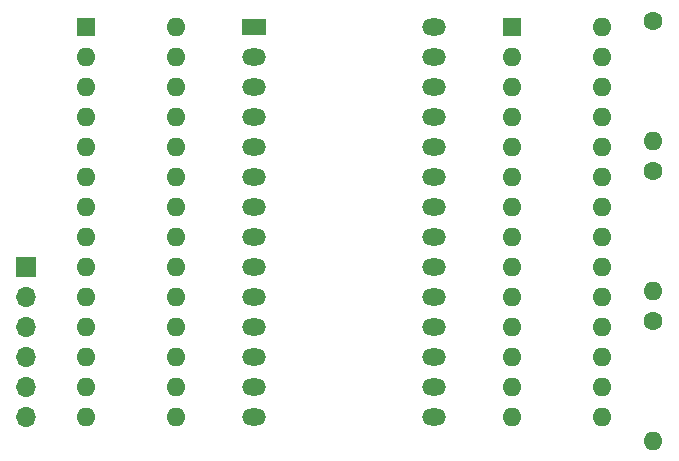
<source format=gbr>
G04 #@! TF.GenerationSoftware,KiCad,Pcbnew,(5.1.8)-1*
G04 #@! TF.CreationDate,2021-11-09T16:08:29-07:00*
G04 #@! TF.ProjectId,SPI 28c256,53504920-3238-4633-9235-362e6b696361,rev?*
G04 #@! TF.SameCoordinates,Original*
G04 #@! TF.FileFunction,Soldermask,Bot*
G04 #@! TF.FilePolarity,Negative*
%FSLAX46Y46*%
G04 Gerber Fmt 4.6, Leading zero omitted, Abs format (unit mm)*
G04 Created by KiCad (PCBNEW (5.1.8)-1) date 2021-11-09 16:08:29*
%MOMM*%
%LPD*%
G01*
G04 APERTURE LIST*
%ADD10O,1.700000X1.700000*%
%ADD11R,1.700000X1.700000*%
%ADD12O,1.600000X1.600000*%
%ADD13R,1.600000X1.600000*%
%ADD14C,1.600000*%
%ADD15R,2.000000X1.440000*%
%ADD16O,2.000000X1.440000*%
G04 APERTURE END LIST*
D10*
G04 #@! TO.C,J1*
X175768000Y-130302000D03*
X175768000Y-127762000D03*
X175768000Y-125222000D03*
X175768000Y-122682000D03*
X175768000Y-120142000D03*
D11*
X175768000Y-117602000D03*
G04 #@! TD*
D12*
G04 #@! TO.C,U0*
X188468000Y-97282000D03*
X180848000Y-130302000D03*
X188468000Y-99822000D03*
X180848000Y-127762000D03*
X188468000Y-102362000D03*
X180848000Y-125222000D03*
X188468000Y-104902000D03*
X180848000Y-122682000D03*
X188468000Y-107442000D03*
X180848000Y-120142000D03*
X188468000Y-109982000D03*
X180848000Y-117602000D03*
X188468000Y-112522000D03*
X180848000Y-115062000D03*
X188468000Y-115062000D03*
X180848000Y-112522000D03*
X188468000Y-117602000D03*
X180848000Y-109982000D03*
X188468000Y-120142000D03*
X180848000Y-107442000D03*
X188468000Y-122682000D03*
X180848000Y-104902000D03*
X188468000Y-125222000D03*
X180848000Y-102362000D03*
X188468000Y-127762000D03*
X180848000Y-99822000D03*
X188468000Y-130302000D03*
D13*
X180848000Y-97282000D03*
G04 #@! TD*
G04 #@! TO.C,U1*
X216916000Y-97282000D03*
D12*
X224536000Y-130302000D03*
X216916000Y-99822000D03*
X224536000Y-127762000D03*
X216916000Y-102362000D03*
X224536000Y-125222000D03*
X216916000Y-104902000D03*
X224536000Y-122682000D03*
X216916000Y-107442000D03*
X224536000Y-120142000D03*
X216916000Y-109982000D03*
X224536000Y-117602000D03*
X216916000Y-112522000D03*
X224536000Y-115062000D03*
X216916000Y-115062000D03*
X224536000Y-112522000D03*
X216916000Y-117602000D03*
X224536000Y-109982000D03*
X216916000Y-120142000D03*
X224536000Y-107442000D03*
X216916000Y-122682000D03*
X224536000Y-104902000D03*
X216916000Y-125222000D03*
X224536000Y-102362000D03*
X216916000Y-127762000D03*
X224536000Y-99822000D03*
X216916000Y-130302000D03*
X224536000Y-97282000D03*
G04 #@! TD*
D14*
G04 #@! TO.C,R1*
X228854000Y-122174000D03*
D12*
X228854000Y-132334000D03*
G04 #@! TD*
G04 #@! TO.C,R2*
X228854000Y-106934000D03*
D14*
X228854000Y-96774000D03*
G04 #@! TD*
G04 #@! TO.C,R3*
X228854000Y-109474000D03*
D12*
X228854000Y-119634000D03*
G04 #@! TD*
D15*
G04 #@! TO.C,U2*
X195072000Y-97282000D03*
D16*
X210312000Y-97282000D03*
X195072000Y-99822000D03*
X210312000Y-99822000D03*
X195072000Y-102362000D03*
X210312000Y-102362000D03*
X195072000Y-104902000D03*
X210312000Y-104902000D03*
X195072000Y-107442000D03*
X210312000Y-107442000D03*
X195072000Y-109982000D03*
X210312000Y-109982000D03*
X195072000Y-112522000D03*
X210312000Y-112522000D03*
X195072000Y-115062000D03*
X210312000Y-115062000D03*
X195072000Y-117602000D03*
X210312000Y-117602000D03*
X195072000Y-120142000D03*
X210312000Y-120142000D03*
X195072000Y-122682000D03*
X210312000Y-122682000D03*
X195072000Y-125222000D03*
X210312000Y-125222000D03*
X195072000Y-127762000D03*
X210312000Y-127762000D03*
X195072000Y-130302000D03*
X210312000Y-130302000D03*
G04 #@! TD*
M02*

</source>
